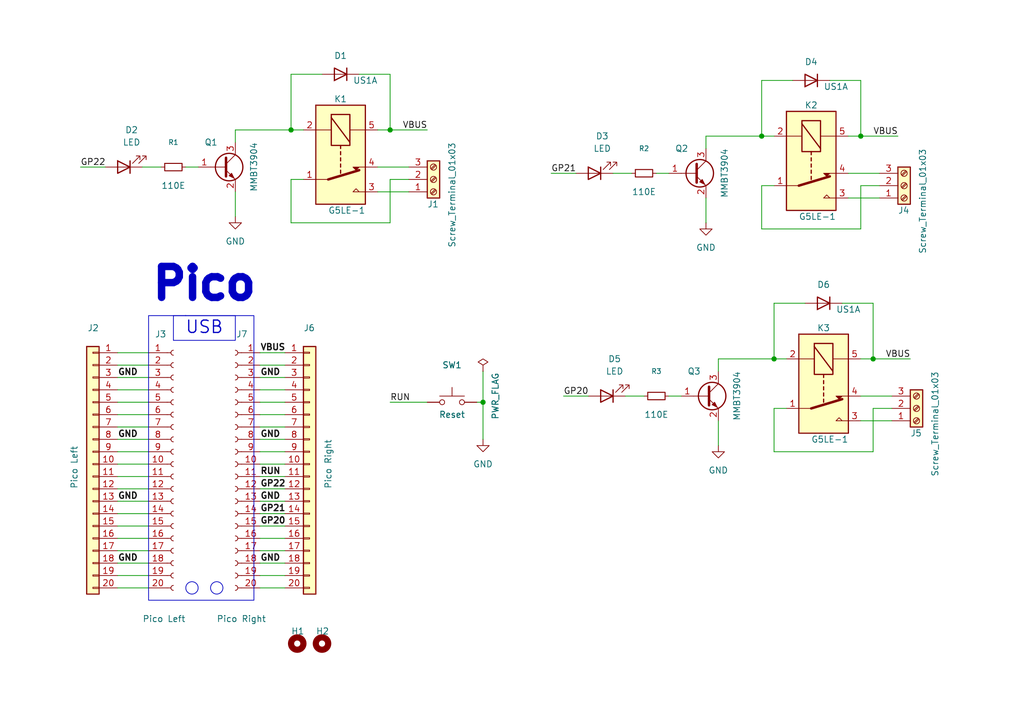
<source format=kicad_sch>
(kicad_sch (version 20250114) (generator "eeschema") (generator_version "9.0")
  (paper "A5")
  (lib_symbols
    (symbol "Connector:Conn_01x20_Socket" (pin_names (offset 1.016) (hide yes))
      (property "Reference" "J" (at 0 25.4 0))
      (property "Value" "Conn_01x20_Socket" (at 0 -27.94 0))
      (symbol "Conn_01x20_Socket_1_1"
        (polyline (pts (xy -1.27 22.86) (xy -0.508 22.86)) (stroke (width 0.1524)))
        (polyline (pts (xy -1.27 20.32) (xy -0.508 20.32)) (stroke (width 0.1524)))
        (polyline (pts (xy -1.27 17.78) (xy -0.508 17.78)) (stroke (width 0.1524)))
        (polyline (pts (xy -1.27 15.24) (xy -0.508 15.24)) (stroke (width 0.1524)))
        (polyline (pts (xy -1.27 12.7) (xy -0.508 12.7)) (stroke (width 0.1524)))
        (polyline (pts (xy -1.27 10.16) (xy -0.508 10.16)) (stroke (width 0.1524)))
        (polyline (pts (xy -1.27 7.62) (xy -0.508 7.62)) (stroke (width 0.1524)))
        (polyline (pts (xy -1.27 5.08) (xy -0.508 5.08)) (stroke (width 0.1524)))
        (polyline (pts (xy -1.27 2.54) (xy -0.508 2.54)) (stroke (width 0.1524)))
        (polyline (pts (xy -1.27 0) (xy -0.508 0)) (stroke (width 0.1524)))
        (polyline (pts (xy -1.27 -2.54) (xy -0.508 -2.54)) (stroke (width 0.1524)))
        (polyline (pts (xy -1.27 -5.08) (xy -0.508 -5.08)) (stroke (width 0.1524)))
        (polyline (pts (xy -1.27 -7.62) (xy -0.508 -7.62)) (stroke (width 0.1524)))
        (polyline (pts (xy -1.27 -10.16) (xy -0.508 -10.16)) (stroke (width 0.1524)))
        (polyline (pts (xy -1.27 -12.7) (xy -0.508 -12.7)) (stroke (width 0.1524)))
        (polyline (pts (xy -1.27 -15.24) (xy -0.508 -15.24)) (stroke (width 0.1524)))
        (polyline (pts (xy -1.27 -17.78) (xy -0.508 -17.78)) (stroke (width 0.1524)))
        (polyline (pts (xy -1.27 -20.32) (xy -0.508 -20.32)) (stroke (width 0.1524)))
        (polyline (pts (xy -1.27 -22.86) (xy -0.508 -22.86)) (stroke (width 0.1524)))
        (polyline (pts (xy -1.27 -25.4) (xy -0.508 -25.4)) (stroke (width 0.1524)))
        (arc (start 0 22.352) (mid -0.5058 22.86) (end 0 23.368) (stroke (width 0.1524)))
        (arc (start 0 19.812) (mid -0.5058 20.32) (end 0 20.828) (stroke (width 0.1524)))
        (arc (start 0 17.272) (mid -0.5058 17.78) (end 0 18.288) (stroke (width 0.1524)))
        (arc (start 0 14.732) (mid -0.5058 15.24) (end 0 15.748) (stroke (width 0.1524)))
        (arc (start 0 12.192) (mid -0.5058 12.7) (end 0 13.208) (stroke (width 0.1524)))
        (arc (start 0 9.652) (mid -0.5058 10.16) (end 0 10.668) (stroke (width 0.1524)))
        (arc (start 0 7.112) (mid -0.5058 7.62) (end 0 8.128) (stroke (width 0.1524)))
        (arc (start 0 4.572) (mid -0.5058 5.08) (end 0 5.588) (stroke (width 0.1524)))
        (arc (start 0 2.032) (mid -0.5058 2.54) (end 0 3.048) (stroke (width 0.1524)))
        (arc (start 0 -0.508) (mid -0.5058 0) (end 0 0.508) (stroke (width 0.1524)))
        (arc (start 0 -3.048) (mid -0.5058 -2.54) (end 0 -2.032) (stroke (width 0.1524)))
        (arc (start 0 -5.588) (mid -0.5058 -5.08) (end 0 -4.572) (stroke (width 0.1524)))
        (arc (start 0 -8.128) (mid -0.5058 -7.62) (end 0 -7.112) (stroke (width 0.1524)))
        (arc (start 0 -10.668) (mid -0.5058 -10.16) (end 0 -9.652) (stroke (width 0.1524)))
        (arc (start 0 -13.208) (mid -0.5058 -12.7) (end 0 -12.192) (stroke (width 0.1524)))
        (arc (start 0 -15.748) (mid -0.5058 -15.24) (end 0 -14.732) (stroke (width 0.1524)))
        (arc (start 0 -18.288) (mid -0.5058 -17.78) (end 0 -17.272) (stroke (width 0.1524)))
        (arc (start 0 -20.828) (mid -0.5058 -20.32) (end 0 -19.812) (stroke (width 0.1524)))
        (arc (start 0 -23.368) (mid -0.5058 -22.86) (end 0 -22.352) (stroke (width 0.1524)))
        (arc (start 0 -25.908) (mid -0.5058 -25.4) (end 0 -24.892) (stroke (width 0.1524)))
        (pin passive line (at -5.08 22.86 0) (length 3.81) (name "Pin_1") (number "1"))
        (pin passive line (at -5.08 20.32 0) (length 3.81) (name "Pin_2") (number "2"))
        (pin passive line (at -5.08 17.78 0) (length 3.81) (name "Pin_3") (number "3"))
        (pin passive line (at -5.08 15.24 0) (length 3.81) (name "Pin_4") (number "4"))
        (pin passive line (at -5.08 12.7 0) (length 3.81) (name "Pin_5") (number "5"))
        (pin passive line (at -5.08 10.16 0) (length 3.81) (name "Pin_6") (number "6"))
        (pin passive line (at -5.08 7.62 0) (length 3.81) (name "Pin_7") (number "7"))
        (pin passive line (at -5.08 5.08 0) (length 3.81) (name "Pin_8") (number "8"))
        (pin passive line (at -5.08 2.54 0) (length 3.81) (name "Pin_9") (number "9"))
        (pin passive line (at -5.08 0 0) (length 3.81) (name "Pin_10") (number "10"))
        (pin passive line (at -5.08 -2.54 0) (length 3.81) (name "Pin_11") (number "11"))
        (pin passive line (at -5.08 -5.08 0) (length 3.81) (name "Pin_12") (number "12"))
        (pin passive line (at -5.08 -7.62 0) (length 3.81) (name "Pin_13") (number "13"))
        (pin passive line (at -5.08 -10.16 0) (length 3.81) (name "Pin_14") (number "14"))
        (pin passive line (at -5.08 -12.7 0) (length 3.81) (name "Pin_15") (number "15"))
        (pin passive line (at -5.08 -15.24 0) (length 3.81) (name "Pin_16") (number "16"))
        (pin passive line (at -5.08 -17.78 0) (length 3.81) (name "Pin_17") (number "17"))
        (pin passive line (at -5.08 -20.32 0) (length 3.81) (name "Pin_18") (number "18"))
        (pin passive line (at -5.08 -22.86 0) (length 3.81) (name "Pin_19") (number "19"))
        (pin passive line (at -5.08 -25.4 0) (length 3.81) (name "Pin_20") (number "20"))
      )
    )
    (symbol "Connector:Screw_Terminal_01x03" (pin_names (offset 1.016) (hide yes))
      (property "Reference" "J" (at 0 5.08 0))
      (property "Value" "Screw_Terminal_01x03" (at 0 -5.08 0))
      (symbol "Screw_Terminal_01x03_1_1"
        (rectangle (start -1.27 3.81) (end 1.27 -3.81) (stroke (width 0.254)) (fill (type background)))
        (polyline (pts (xy -0.5334 2.8702) (xy 0.3302 2.032)) (stroke (width 0.1524)))
        (polyline (pts (xy -0.5334 0.3302) (xy 0.3302 -0.508)) (stroke (width 0.1524)))
        (polyline (pts (xy -0.5334 -2.2098) (xy 0.3302 -3.048)) (stroke (width 0.1524)))
        (polyline (pts (xy -0.3556 3.048) (xy 0.508 2.2098)) (stroke (width 0.1524)))
        (polyline (pts (xy -0.3556 0.508) (xy 0.508 -0.3302)) (stroke (width 0.1524)))
        (polyline (pts (xy -0.3556 -2.032) (xy 0.508 -2.8702)) (stroke (width 0.1524)))
        (circle (center 0 2.54) (radius 0.635) (stroke (width 0.1524)))
        (circle (center 0 0) (radius 0.635) (stroke (width 0.1524)))
        (circle (center 0 -2.54) (radius 0.635) (stroke (width 0.1524)))
        (pin passive line (at -5.08 2.54 0) (length 3.81) (name "Pin_1") (number "1"))
        (pin passive line (at -5.08 0 0) (length 3.81) (name "Pin_2") (number "2"))
        (pin passive line (at -5.08 -2.54 0) (length 3.81) (name "Pin_3") (number "3"))
      )
    )
    (symbol "Connector_Generic:Conn_01x20" (pin_names (offset 1.016) (hide yes))
      (property "Reference" "J" (at 0 25.4 0))
      (property "Value" "Conn_01x20" (at 0 -27.94 0))
      (symbol "Conn_01x20_1_1"
        (rectangle (start -1.27 24.13) (end 1.27 -26.67) (stroke (width 0.254)) (fill (type background)))
        (rectangle (start -1.27 22.987) (end 0 22.733) (stroke (width 0.1524)))
        (rectangle (start -1.27 20.447) (end 0 20.193) (stroke (width 0.1524)))
        (rectangle (start -1.27 17.907) (end 0 17.653) (stroke (width 0.1524)))
        (rectangle (start -1.27 15.367) (end 0 15.113) (stroke (width 0.1524)))
        (rectangle (start -1.27 12.827) (end 0 12.573) (stroke (width 0.1524)))
        (rectangle (start -1.27 10.287) (end 0 10.033) (stroke (width 0.1524)))
        (rectangle (start -1.27 7.747) (end 0 7.493) (stroke (width 0.1524)))
        (rectangle (start -1.27 5.207) (end 0 4.953) (stroke (width 0.1524)))
        (rectangle (start -1.27 2.667) (end 0 2.413) (stroke (width 0.1524)))
        (rectangle (start -1.27 0.127) (end 0 -0.127) (stroke (width 0.1524)))
        (rectangle (start -1.27 -2.413) (end 0 -2.667) (stroke (width 0.1524)))
        (rectangle (start -1.27 -4.953) (end 0 -5.207) (stroke (width 0.1524)))
        (rectangle (start -1.27 -7.493) (end 0 -7.747) (stroke (width 0.1524)))
        (rectangle (start -1.27 -10.033) (end 0 -10.287) (stroke (width 0.1524)))
        (rectangle (start -1.27 -12.573) (end 0 -12.827) (stroke (width 0.1524)))
        (rectangle (start -1.27 -15.113) (end 0 -15.367) (stroke (width 0.1524)))
        (rectangle (start -1.27 -17.653) (end 0 -17.907) (stroke (width 0.1524)))
        (rectangle (start -1.27 -20.193) (end 0 -20.447) (stroke (width 0.1524)))
        (rectangle (start -1.27 -22.733) (end 0 -22.987) (stroke (width 0.1524)))
        (rectangle (start -1.27 -25.273) (end 0 -25.527) (stroke (width 0.1524)))
        (pin passive line (at -5.08 22.86 0) (length 3.81) (name "Pin_1") (number "1"))
        (pin passive line (at -5.08 20.32 0) (length 3.81) (name "Pin_2") (number "2"))
        (pin passive line (at -5.08 17.78 0) (length 3.81) (name "Pin_3") (number "3"))
        (pin passive line (at -5.08 15.24 0) (length 3.81) (name "Pin_4") (number "4"))
        (pin passive line (at -5.08 12.7 0) (length 3.81) (name "Pin_5") (number "5"))
        (pin passive line (at -5.08 10.16 0) (length 3.81) (name "Pin_6") (number "6"))
        (pin passive line (at -5.08 7.62 0) (length 3.81) (name "Pin_7") (number "7"))
        (pin passive line (at -5.08 5.08 0) (length 3.81) (name "Pin_8") (number "8"))
        (pin passive line (at -5.08 2.54 0) (length 3.81) (name "Pin_9") (number "9"))
        (pin passive line (at -5.08 0 0) (length 3.81) (name "Pin_10") (number "10"))
        (pin passive line (at -5.08 -2.54 0) (length 3.81) (name "Pin_11") (number "11"))
        (pin passive line (at -5.08 -5.08 0) (length 3.81) (name "Pin_12") (number "12"))
        (pin passive line (at -5.08 -7.62 0) (length 3.81) (name "Pin_13") (number "13"))
        (pin passive line (at -5.08 -10.16 0) (length 3.81) (name "Pin_14") (number "14"))
        (pin passive line (at -5.08 -12.7 0) (length 3.81) (name "Pin_15") (number "15"))
        (pin passive line (at -5.08 -15.24 0) (length 3.81) (name "Pin_16") (number "16"))
        (pin passive line (at -5.08 -17.78 0) (length 3.81) (name "Pin_17") (number "17"))
        (pin passive line (at -5.08 -20.32 0) (length 3.81) (name "Pin_18") (number "18"))
        (pin passive line (at -5.08 -22.86 0) (length 3.81) (name "Pin_19") (number "19"))
        (pin passive line (at -5.08 -25.4 0) (length 3.81) (name "Pin_20") (number "20"))
      )
    )
    (symbol "Device:LED" (pin_numbers (hide yes)) (pin_names (offset 1.016) (hide yes))
      (property "Reference" "D" (at 0 2.54 0))
      (property "Value" "LED" (at 0 -2.54 0))
      (symbol "LED_0_1"
        (polyline (pts (xy -3.048 -0.762) (xy -4.572 -2.286) (xy -3.81 -2.286) (xy -4.572 -2.286) (xy -4.572 -1.524)))
        (polyline (pts (xy -1.778 -0.762) (xy -3.302 -2.286) (xy -2.54 -2.286) (xy -3.302 -2.286) (xy -3.302 -1.524)))
        (polyline (pts (xy -1.27 0) (xy 1.27 0)))
        (polyline (pts (xy -1.27 -1.27) (xy -1.27 1.27)) (stroke (width 0.254)))
        (polyline (pts (xy 1.27 -1.27) (xy 1.27 1.27) (xy -1.27 0) (xy 1.27 -1.27)) (stroke (width 0.254)))
      )
      (symbol "LED_1_1"
        (pin passive line (at -3.81 0 0) (length 2.54) (name "K") (number "1"))
        (pin passive line (at 3.81 0 180) (length 2.54) (name "A") (number "2"))
      )
    )
    (symbol "Device:R_Small" (pin_numbers (hide yes)) (pin_names (offset 0.254) (hide yes))
      (property "Reference" "R" (at 0 0 90))
      (property "Value" "R_Small" (at 1.778 0 90))
      (symbol "R_Small_0_1"
        (rectangle (start -0.762 1.778) (end 0.762 -1.778) (stroke (width 0.2032)))
      )
      (symbol "R_Small_1_1"
        (pin passive line (at 0 2.54 270) (length 0.762) (name "~") (number "1"))
        (pin passive line (at 0 -2.54 90) (length 0.762) (name "~") (number "2"))
      )
    )
    (symbol "Diode:US1A" (pin_numbers (hide yes)) (pin_names (hide yes))
      (property "Reference" "D" (at 0 2.54 0))
      (property "Value" "US1A" (at 0 -2.54 0))
      (symbol "US1A_0_1"
        (polyline (pts (xy -1.27 1.27) (xy -1.27 -1.27)) (stroke (width 0.254)))
        (polyline (pts (xy 1.27 1.27) (xy 1.27 -1.27) (xy -1.27 0) (xy 1.27 1.27)) (stroke (width 0.254)))
        (polyline (pts (xy 1.27 0) (xy -1.27 0)))
      )
      (symbol "US1A_1_1"
        (pin passive line (at -3.81 0 0) (length 2.54) (name "K") (number "1"))
        (pin passive line (at 3.81 0 180) (length 2.54) (name "A") (number "2"))
      )
    )
    (symbol "Mechanical:MountingHole" (pin_names (offset 1.016)) (in_bom no)
      (property "Reference" "H" (at 0 5.08 0))
      (property "Value" "MountingHole" (at 0 3.175 0))
      (symbol "MountingHole_0_1"
        (circle (center 0 0) (radius 1.27) (stroke (width 1.27)))
      )
    )
    (symbol "Relay:G5LE-1"
      (property "Reference" "K" (at 11.43 3.81 0))
      (property "Value" "G5LE-1" (at 11.43 1.27 0))
      (symbol "G5LE-1_0_0"
        (polyline (pts (xy 7.62 5.08) (xy 7.62 2.54) (xy 6.985 3.175) (xy 7.62 3.81)))
      )
      (symbol "G5LE-1_0_1"
        (rectangle (start -10.16 5.08) (end 10.16 -5.08) (stroke (width 0.254)) (fill (type background)))
        (rectangle (start -8.255 1.905) (end -1.905 -1.905) (stroke (width 0.254)))
        (polyline (pts (xy -7.62 -1.905) (xy -2.54 1.905)) (stroke (width 0.254)))
        (polyline (pts (xy -5.08 5.08) (xy -5.08 1.905)))
        (polyline (pts (xy -5.08 -5.08) (xy -5.08 -1.905)))
        (polyline (pts (xy -1.905 0) (xy -1.27 0)) (stroke (width 0.254)))
        (polyline (pts (xy -0.635 0) (xy 0 0)) (stroke (width 0.254)))
        (polyline (pts (xy 0.635 0) (xy 1.27 0)) (stroke (width 0.254)))
        (polyline (pts (xy 1.905 0) (xy 2.54 0)) (stroke (width 0.254)))
        (polyline (pts (xy 2.54 5.08) (xy 2.54 2.54) (xy 3.175 3.175) (xy 2.54 3.81)) (fill (type outline)))
        (polyline (pts (xy 3.175 0) (xy 3.81 0)) (stroke (width 0.254)))
        (polyline (pts (xy 5.08 -2.54) (xy 3.175 3.81)) (stroke (width 0.508)))
        (polyline (pts (xy 5.08 -2.54) (xy 5.08 -5.08)))
      )
      (symbol "G5LE-1_1_1"
        (pin passive line (at -5.08 7.62 270) (length 2.54) (name "~") (number "5"))
        (pin passive line (at -5.08 -7.62 90) (length 2.54) (name "~") (number "2"))
        (pin passive line (at 2.54 7.62 270) (length 2.54) (name "~") (number "4"))
        (pin passive line (at 5.08 -7.62 90) (length 2.54) (name "~") (number "1"))
        (pin passive line (at 7.62 7.62 270) (length 2.54) (name "~") (number "3"))
      )
    )
    (symbol "Switch:SW_Push" (pin_numbers (hide yes)) (pin_names (offset 1.016) (hide yes))
      (property "Reference" "SW" (at 1.27 2.54 0))
      (property "Value" "SW_Push" (at 0 -1.524 0))
      (symbol "SW_Push_0_1"
        (circle (center -2.032 0) (radius 0.508))
        (polyline (pts (xy 0 1.27) (xy 0 3.048)))
        (circle (center 2.032 0) (radius 0.508))
        (polyline (pts (xy 2.54 1.27) (xy -2.54 1.27)))
        (pin passive line (at -5.08 0 0) (length 2.54) (name "1") (number "1"))
        (pin passive line (at 5.08 0 180) (length 2.54) (name "2") (number "2"))
      )
    )
    (symbol "Transistor_BJT:MMBT3904" (pin_names (offset 0) (hide yes))
      (property "Reference" "Q" (at 5.08 1.905 0))
      (property "Value" "MMBT3904" (at 5.08 0 0))
      (symbol "MMBT3904_0_1"
        (polyline (pts (xy -2.54 0) (xy 0.635 0)))
        (polyline (pts (xy 0.635 1.905) (xy 0.635 -1.905)) (stroke (width 0.508)))
        (circle (center 1.27 0) (radius 2.8194) (stroke (width 0.254)))
      )
      (symbol "MMBT3904_1_1"
        (polyline (pts (xy 0.635 0.635) (xy 2.54 2.54)))
        (polyline (pts (xy 0.635 -0.635) (xy 2.54 -2.54)))
        (polyline (pts (xy 1.27 -1.778) (xy 1.778 -1.27) (xy 2.286 -2.286) (xy 1.27 -1.778)) (fill (type outline)))
        (pin input line (at -5.08 0 0) (length 2.54) (name "B") (number "1"))
        (pin passive line (at 2.54 5.08 270) (length 2.54) (name "C") (number "3"))
        (pin passive line (at 2.54 -5.08 90) (length 2.54) (name "E") (number "2"))
      )
    )
    (symbol "power:GND" (power) (pin_numbers (hide yes)) (pin_names (offset 0) (hide yes))
      (property "Value" "GND" (at 0 -3.81 0))
      (symbol "GND_0_1"
        (polyline (pts (xy 0 0) (xy 0 -1.27) (xy 1.27 -1.27) (xy 0 -2.54) (xy -1.27 -1.27) (xy 0 -1.27)))
      )
      (symbol "GND_1_1"
        (pin power_in line (at 0 0 270) (length 0) (name "~") (number "1"))
      )
    )
    (symbol "power:PWR_FLAG" (power) (pin_numbers (hide yes)) (pin_names (offset 0) (hide yes))
      (property "Value" "PWR_FLAG" (at 0 3.81 0))
      (symbol "PWR_FLAG_0_0"
        (pin power_out line (at 0 0 90) (length 0) (name "~") (number "1"))
      )
      (symbol "PWR_FLAG_0_1"
        (polyline (pts (xy 0 0) (xy 0 1.27) (xy -1.016 1.905) (xy 0 2.54) (xy 1.016 1.905) (xy 0 1.27)))
      )
    )
  )
  (rectangle (start 35.56 64.77) (end 48.26 69.85))
  (rectangle (start 38.0746 64.7446) (end 38.1 64.77))
  (circle (center 44.45 120.65) (radius 1.27))
  (rectangle (start 30.48 64.77) (end 52.07 123.19))
  (circle (center 39.37 120.65) (radius 1.27))
  (text "USB" (at 41.91 67.31 0) (effects (font (size 2.54 2.54) (thickness 0.254) (bold yes))))
  (text "Pico" (at 41.91 58.42 0) (effects (font (size 6.35 6.35) (thickness 1.524) (bold yes))))
  (junction (at 176.53 27.94))
  (junction (at 156.21 27.94))
  (junction (at 158.75 73.66))
  (junction (at 59.69 26.67))
  (junction (at 80.01 26.67))
  (junction (at 179.07 73.66))
  (junction (at 99.06 82.55))
  (wire (pts (xy 173.99 40.64) (xy 180.34 40.64)))
  (wire (pts (xy 58.42 102.87) (xy 53.34 102.87)))
  (wire (pts (xy 77.47 39.37) (xy 83.82 39.37)))
  (wire (pts (xy 115.57 81.28) (xy 120.65 81.28)))
  (wire (pts (xy 53.34 72.39) (xy 58.42 72.39)))
  (wire (pts (xy 158.75 92.71) (xy 179.07 92.71)))
  (wire (pts (xy 58.42 107.95) (xy 53.34 107.95)))
  (wire (pts (xy 24.13 80.01) (xy 30.48 80.01)))
  (wire (pts (xy 176.53 27.94) (xy 184.15 27.94)))
  (wire (pts (xy 179.07 83.82) (xy 182.88 83.82)))
  (wire (pts (xy 16.51 34.29) (xy 21.59 34.29)))
  (wire (pts (xy 173.99 35.56) (xy 180.34 35.56)))
  (wire (pts (xy 158.75 62.23) (xy 165.1 62.23)))
  (wire (pts (xy 80.01 45.72) (xy 80.01 36.83)))
  (wire (pts (xy 161.29 83.82) (xy 158.75 83.82)))
  (wire (pts (xy 58.42 77.47) (xy 53.34 77.47)))
  (wire (pts (xy 58.42 113.03) (xy 53.34 113.03)))
  (wire (pts (xy 80.01 15.24) (xy 80.01 26.67)))
  (wire (pts (xy 80.01 26.67) (xy 87.63 26.67)))
  (wire (pts (xy 176.53 27.94) (xy 173.99 27.94)))
  (wire (pts (xy 113.03 35.56) (xy 118.11 35.56)))
  (wire (pts (xy 29.21 34.29) (xy 33.02 34.29)))
  (wire (pts (xy 176.53 81.28) (xy 182.88 81.28)))
  (wire (pts (xy 24.13 82.55) (xy 30.48 82.55)))
  (wire (pts (xy 147.32 86.36) (xy 147.32 91.44)))
  (wire (pts (xy 128.27 81.28) (xy 132.08 81.28)))
  (wire (pts (xy 134.62 35.56) (xy 137.16 35.56)))
  (wire (pts (xy 24.13 97.79) (xy 30.48 97.79)))
  (wire (pts (xy 58.42 80.01) (xy 53.34 80.01)))
  (wire (pts (xy 24.13 74.93) (xy 30.48 74.93)))
  (wire (pts (xy 73.66 15.24) (xy 80.01 15.24)))
  (wire (pts (xy 179.07 62.23) (xy 179.07 73.66)))
  (wire (pts (xy 24.13 107.95) (xy 30.48 107.95)))
  (wire (pts (xy 58.42 120.65) (xy 53.34 120.65)))
  (wire (pts (xy 58.42 110.49) (xy 53.34 110.49)))
  (wire (pts (xy 176.53 46.99) (xy 176.53 38.1)))
  (wire (pts (xy 170.18 16.51) (xy 176.53 16.51)))
  (wire (pts (xy 58.42 100.33) (xy 53.34 100.33)))
  (wire (pts (xy 24.13 113.03) (xy 30.48 113.03)))
  (wire (pts (xy 80.01 82.55) (xy 87.63 82.55)))
  (wire (pts (xy 179.07 73.66) (xy 176.53 73.66)))
  (wire (pts (xy 24.13 100.33) (xy 30.48 100.33)))
  (wire (pts (xy 156.21 27.94) (xy 156.21 16.51)))
  (wire (pts (xy 24.13 102.87) (xy 30.48 102.87)))
  (wire (pts (xy 176.53 86.36) (xy 182.88 86.36)))
  (wire (pts (xy 161.29 73.66) (xy 158.75 73.66)))
  (wire (pts (xy 77.47 34.29) (xy 83.82 34.29)))
  (wire (pts (xy 156.21 16.51) (xy 162.56 16.51)))
  (wire (pts (xy 144.78 27.94) (xy 156.21 27.94)))
  (wire (pts (xy 176.53 16.51) (xy 176.53 27.94)))
  (wire (pts (xy 59.69 15.24) (xy 66.04 15.24)))
  (wire (pts (xy 147.32 76.2) (xy 147.32 73.66)))
  (wire (pts (xy 48.26 29.21) (xy 48.26 26.67)))
  (wire (pts (xy 24.13 92.71) (xy 30.48 92.71)))
  (wire (pts (xy 58.42 92.71) (xy 53.34 92.71)))
  (wire (pts (xy 144.78 30.48) (xy 144.78 27.94)))
  (wire (pts (xy 38.1 34.29) (xy 40.64 34.29)))
  (wire (pts (xy 24.13 110.49) (xy 30.48 110.49)))
  (wire (pts (xy 24.13 95.25) (xy 30.48 95.25)))
  (wire (pts (xy 158.75 38.1) (xy 156.21 38.1)))
  (wire (pts (xy 24.13 72.39) (xy 30.48 72.39)))
  (wire (pts (xy 58.42 105.41) (xy 53.34 105.41)))
  (wire (pts (xy 58.42 95.25) (xy 53.34 95.25)))
  (wire (pts (xy 176.53 38.1) (xy 180.34 38.1)))
  (wire (pts (xy 158.75 83.82) (xy 158.75 92.71)))
  (wire (pts (xy 172.72 62.23) (xy 179.07 62.23)))
  (wire (pts (xy 179.07 92.71) (xy 179.07 83.82)))
  (wire (pts (xy 62.23 26.67) (xy 59.69 26.67)))
  (wire (pts (xy 48.26 26.67) (xy 59.69 26.67)))
  (wire (pts (xy 58.42 87.63) (xy 53.34 87.63)))
  (wire (pts (xy 62.23 36.83) (xy 59.69 36.83)))
  (wire (pts (xy 58.42 90.17) (xy 53.34 90.17)))
  (wire (pts (xy 58.42 115.57) (xy 53.34 115.57)))
  (wire (pts (xy 156.21 46.99) (xy 176.53 46.99)))
  (wire (pts (xy 59.69 26.67) (xy 59.69 15.24)))
  (wire (pts (xy 48.26 39.37) (xy 48.26 44.45)))
  (wire (pts (xy 59.69 45.72) (xy 80.01 45.72)))
  (wire (pts (xy 80.01 36.83) (xy 83.82 36.83)))
  (wire (pts (xy 158.75 27.94) (xy 156.21 27.94)))
  (wire (pts (xy 137.16 81.28) (xy 139.7 81.28)))
  (wire (pts (xy 99.06 82.55) (xy 99.06 90.17)))
  (wire (pts (xy 80.01 26.67) (xy 77.47 26.67)))
  (wire (pts (xy 24.13 85.09) (xy 30.48 85.09)))
  (wire (pts (xy 147.32 73.66) (xy 158.75 73.66)))
  (wire (pts (xy 97.79 82.55) (xy 99.06 82.55)))
  (wire (pts (xy 99.06 76.2) (xy 99.06 82.55)))
  (wire (pts (xy 59.69 36.83) (xy 59.69 45.72)))
  (wire (pts (xy 144.78 40.64) (xy 144.78 45.72)))
  (wire (pts (xy 125.73 35.56) (xy 129.54 35.56)))
  (wire (pts (xy 179.07 73.66) (xy 186.69 73.66)))
  (wire (pts (xy 58.42 97.79) (xy 53.34 97.79)))
  (wire (pts (xy 58.42 118.11) (xy 53.34 118.11)))
  (wire (pts (xy 58.42 74.93) (xy 53.34 74.93)))
  (wire (pts (xy 158.75 73.66) (xy 158.75 62.23)))
  (wire (pts (xy 24.13 90.17) (xy 30.48 90.17)))
  (wire (pts (xy 24.13 105.41) (xy 30.48 105.41)))
  (wire (pts (xy 24.13 118.11) (xy 30.48 118.11)))
  (wire (pts (xy 58.42 82.55) (xy 53.34 82.55)))
  (wire (pts (xy 58.42 85.09) (xy 53.34 85.09)))
  (wire (pts (xy 24.13 115.57) (xy 30.48 115.57)))
  (wire (pts (xy 156.21 38.1) (xy 156.21 46.99)))
  (wire (pts (xy 24.13 120.65) (xy 30.48 120.65)))
  (wire (pts (xy 24.13 77.47) (xy 30.48 77.47)))
  (wire (pts (xy 24.13 87.63) (xy 30.48 87.63)))
  (label "VBUS" (at 179.07 27.94 0))
  (label "GND" (at 53.34 77.47 0) (effects (font (thickness 0.254) (bold yes))))
  (label "VBUS" (at 181.61 73.66 0))
  (label "GND" (at 24.13 77.47 0) (effects (font (thickness 0.254) (bold yes))))
  (label "GP21" (at 113.03 35.56 0))
  (label "GND" (at 53.34 102.87 0) (effects (font (thickness 0.254) (bold yes))))
  (label "GP22" (at 16.51 34.29 0))
  (label "GP22" (at 53.34 100.33 0) (effects (font (thickness 0.254) (bold yes))))
  (label "GND" (at 53.34 115.57 0) (effects (font (thickness 0.254) (bold yes))))
  (label "GND" (at 24.13 102.87 0) (effects (font (thickness 0.254) (bold yes))))
  (label "VBUS" (at 82.55 26.67 0))
  (label "GP20" (at 115.57 81.28 0))
  (label "GND" (at 53.34 90.17 0) (effects (font (thickness 0.254) (bold yes))))
  (label "VBUS" (at 53.34 72.39 0) (effects (font (thickness 0.254) (bold yes))))
  (label "GP20" (at 53.34 107.95 0) (effects (font (thickness 0.254) (bold yes))))
  (label "GP21" (at 53.34 105.41 0) (effects (font (thickness 0.254) (bold yes))))
  (label "GND" (at 24.13 115.57 0) (effects (font (thickness 0.254) (bold yes))))
  (label "RUN" (at 53.34 97.79 0) (effects (font (thickness 0.254) (bold yes))))
  (label "GND" (at 24.13 90.17 0) (effects (font (thickness 0.254) (bold yes))))
  (label "RUN" (at 80.01 82.55 0))
  (symbol (lib_id "Switch:SW_Push") (at 92.71 82.55 0) (unit 1)
    (property "Reference" "SW1" (at 92.71 74.93 0))
    (property "Value" "Reset" (at 92.71 85.09 0))
    (property "Footprint" "Button_Switch_SMD:SW_SPST_B3U-1000P" (effects (hide yes)))
    (property "Description" "Push button switch, generic, two pins" (effects (hide yes)))
  )
  (symbol (lib_id "power:GND") (at 99.06 90.17 0) (unit 1)
    (property "Reference" "#PWR04" (effects (hide yes)))
    (property "Value" "GND" (at 99.06 95.25 0))
    (property "Description" "Power symbol creates a global label with name \"GND\" , ground" (effects (hide yes)))
  )
  (symbol (lib_id "Device:LED") (at 25.4 34.29 180) (unit 1)
    (property "Reference" "D2" (at 26.9875 26.67 0))
    (property "Value" "LED" (at 26.9875 29.21 0))
    (property "Footprint" "LED_SMD:LED_0805_2012Metric" (effects (hide yes)))
    (property "Description" "Light emitting diode" (effects (hide yes)))
    (property "Sim.Pins" "1=K 2=A" (effects (hide yes)))
  )
  (symbol (lib_id "Mechanical:MountingHole") (at 60.96 132.08 0) (unit 1) (in_bom no)
    (property "Reference" "H1" (at 59.69 129.54 0) (effects (justify left)))
    (property "Value" "MountingHole" (effects (hide yes)))
    (property "Footprint" "MountingHole:MountingHole_3.2mm_M3_DIN965_Pad_TopBottom" (effects (hide yes)))
    (property "Description" "Mounting Hole without connection" (effects (hide yes)))
  )
  (symbol (lib_id "Device:LED") (at 121.92 35.56 180) (unit 1)
    (property "Reference" "D3" (at 123.5075 27.94 0))
    (property "Value" "LED" (at 123.5075 30.48 0))
    (property "Footprint" "LED_SMD:LED_0805_2012Metric" (effects (hide yes)))
    (property "Description" "Light emitting diode" (effects (hide yes)))
    (property "Sim.Pins" "1=K 2=A" (effects (hide yes)))
  )
  (symbol (lib_id "Relay:G5LE-1") (at 168.91 78.74 270) (unit 1)
    (property "Reference" "K3" (at 168.91 67.31 90))
    (property "Value" "G5LE-1" (at 170.18 90.17 90))
    (property "Footprint" "Relay_THT:Relay_SPDT_Omron-G5LE-1" (effects (hide yes)))
    (property "Datasheet" "http://www.omron.com/ecb/products/pdf/en-g5le.pdf" (effects (hide yes)))
    (property "Description" "Omron G5LE relay, Miniature Single Pole, SPDT, 10A" (effects (hide yes)))
  )
  (symbol (lib_id "Device:R_Small") (at 35.56 34.29 90) (unit 1)
    (property "Reference" "R1" (at 35.56 29.21 90) (effects (font (size 1.016 1.016))))
    (property "Value" "110E" (at 35.56 38.1 90))
    (property "Footprint" "Resistor_SMD:R_0805_2012Metric_Pad1.20x1.40mm_HandSolder" (effects (hide yes)))
    (property "Description" "Resistor, small symbol" (effects (hide yes)))
  )
  (symbol (lib_id "Mechanical:MountingHole") (at 66.04 132.08 0) (unit 1) (in_bom no)
    (property "Reference" "H2" (at 64.77 129.54 0) (effects (justify left)))
    (property "Value" "MountingHole" (effects (hide yes)))
    (property "Footprint" "MountingHole:MountingHole_3.2mm_M3_DIN965_Pad_TopBottom" (effects (hide yes)))
    (property "Description" "Mounting Hole without connection" (effects (hide yes)))
  )
  (symbol (lib_id "Diode:US1A") (at 166.37 16.51 180) (unit 1)
    (property "Reference" "D4" (at 166.37 12.7 0))
    (property "Value" "US1A" (at 171.45 17.78 0))
    (property "Footprint" "Diode_SMD:D_SMA" (effects (hide yes)))
    (property "Datasheet" "https://www.diodes.com/assets/Datasheets/ds16008.pdf" (effects (hide yes)))
    (property "Description" "50V, 1A, General Purpose Rectifier Diode, SMA(DO-214AC)" (effects (hide yes)))
    (property "Sim.Device" "D" (effects (hide yes)))
    (property "Sim.Pins" "1=K 2=A" (effects (hide yes)))
  )
  (symbol (lib_id "Connector:Screw_Terminal_01x03") (at 185.42 38.1 0) (mirror x) (unit 1)
    (property "Reference" "J4" (at 184.15 43.18 0) (effects (justify left)))
    (property "Value" "Screw_Terminal_01x03" (at 189.23 30.48 90) (effects (justify left)))
    (property "Footprint" "TerminalBlock_Phoenix:TerminalBlock_Phoenix_MPT-0,5-3-2.54_1x03_P2.54mm_Horizontal" (effects (hide yes)))
    (property "Description" "Generic screw terminal, single row, 01x03, script generated (kicad-library-utils/schlib/autogen/connector/)" (effects (hide yes)))
  )
  (symbol (lib_id "Connector_Generic:Conn_01x20") (at 19.05 95.25 0) (mirror y) (unit 1)
    (property "Reference" "J2" (at 20.32 67.31 0) (effects (justify left)))
    (property "Value" "Pico Left" (at 15.24 100.33 90) (effects (justify left)))
    (property "Footprint" "Connector_PinHeader_2.54mm:PinHeader_1x20_P2.54mm_Vertical" (effects (hide yes)))
    (property "Description" "Generic connector, single row, 01x20, script generated (kicad-library-utils/schlib/autogen/connector/)" (effects (hide yes)))
  )
  (symbol (lib_id "Transistor_BJT:MMBT3904") (at 45.72 34.29 0) (unit 1)
    (property "Reference" "Q1" (at 41.91 29.21 0) (effects (justify left)))
    (property "Value" "MMBT3904" (at 52.07 39.37 90) (effects (justify left)))
    (property "Footprint" "Package_TO_SOT_SMD:SOT-23" (effects (hide yes)))
    (property "Datasheet" "https://www.onsemi.com/pdf/datasheet/pzt3904-d.pdf" (effects (hide yes)))
    (property "Description" "0.2A Ic, 40V Vce, Small Signal NPN Transistor, SOT-23" (effects (hide yes)))
  )
  (symbol (lib_id "Connector_Generic:Conn_01x20") (at 63.5 95.25 0) (unit 1)
    (property "Reference" "J6" (at 62.23 67.31 0) (effects (justify left)))
    (property "Value" "Pico Right" (at 67.31 100.33 90) (effects (justify left)))
    (property "Footprint" "Connector_PinHeader_2.54mm:PinHeader_1x20_P2.54mm_Vertical" (effects (hide yes)))
    (property "Description" "Generic connector, single row, 01x20, script generated (kicad-library-utils/schlib/autogen/connector/)" (effects (hide yes)))
  )
  (symbol (lib_id "Relay:G5LE-1") (at 166.37 33.02 270) (unit 1)
    (property "Reference" "K2" (at 166.37 21.59 90))
    (property "Value" "G5LE-1" (at 167.64 44.45 90))
    (property "Footprint" "Relay_THT:Relay_SPDT_Omron-G5LE-1" (effects (hide yes)))
    (property "Datasheet" "http://www.omron.com/ecb/products/pdf/en-g5le.pdf" (effects (hide yes)))
    (property "Description" "Omron G5LE relay, Miniature Single Pole, SPDT, 10A" (effects (hide yes)))
  )
  (symbol (lib_id "Connector:Conn_01x20_Socket") (at 35.56 95.25 0) (unit 1)
    (property "Reference" "J3" (at 31.75 68.58 0) (effects (justify left)))
    (property "Value" "Pico Left" (at 29.21 127 0) (effects (justify left)))
    (property "Footprint" "Connector_PinSocket_2.54mm:PinSocket_1x20_P2.54mm_Vertical" (effects (hide yes)))
    (property "Description" "Generic connector, single row, 01x20, script generated" (effects (hide yes)))
  )
  (symbol (lib_id "Transistor_BJT:MMBT3904") (at 142.24 35.56 0) (unit 1)
    (property "Reference" "Q2" (at 138.43 30.48 0) (effects (justify left)))
    (property "Value" "MMBT3904" (at 148.59 40.64 90) (effects (justify left)))
    (property "Footprint" "Package_TO_SOT_SMD:SOT-23" (effects (hide yes)))
    (property "Datasheet" "https://www.onsemi.com/pdf/datasheet/pzt3904-d.pdf" (effects (hide yes)))
    (property "Description" "0.2A Ic, 40V Vce, Small Signal NPN Transistor, SOT-23" (effects (hide yes)))
  )
  (symbol (lib_id "Connector:Conn_01x20_Socket") (at 48.26 95.25 0) (mirror y) (unit 1)
    (property "Reference" "J7" (at 50.8 68.58 0) (effects (justify left)))
    (property "Value" "Pico Right" (at 54.61 127 0) (effects (justify left)))
    (property "Footprint" "Connector_PinSocket_2.54mm:PinSocket_1x20_P2.54mm_Vertical" (effects (hide yes)))
    (property "Description" "Generic connector, single row, 01x20, script generated" (effects (hide yes)))
  )
  (symbol (lib_id "power:PWR_FLAG") (at 99.06 76.2 0) (unit 1)
    (property "Reference" "#FLG01" (effects (hide yes)))
    (property "Value" "PWR_FLAG" (at 101.6 81.28 90))
    (property "Description" "Special symbol for telling ERC where power comes from" (effects (hide yes)))
  )
  (symbol (lib_id "Diode:US1A") (at 168.91 62.23 180) (unit 1)
    (property "Reference" "D6" (at 168.91 58.42 0))
    (property "Value" "US1A" (at 173.99 63.5 0))
    (property "Footprint" "Diode_SMD:D_SMA" (effects (hide yes)))
    (property "Datasheet" "https://www.diodes.com/assets/Datasheets/ds16008.pdf" (effects (hide yes)))
    (property "Description" "50V, 1A, General Purpose Rectifier Diode, SMA(DO-214AC)" (effects (hide yes)))
    (property "Sim.Device" "D" (effects (hide yes)))
    (property "Sim.Pins" "1=K 2=A" (effects (hide yes)))
  )
  (symbol (lib_id "power:GND") (at 144.78 45.72 0) (unit 1)
    (property "Reference" "#PWR02" (effects (hide yes)))
    (property "Value" "GND" (at 144.78 50.8 0))
    (property "Description" "Power symbol creates a global label with name \"GND\" , ground" (effects (hide yes)))
  )
  (symbol (lib_id "Device:LED") (at 124.46 81.28 180) (unit 1)
    (property "Reference" "D5" (at 126.0475 73.66 0))
    (property "Value" "LED" (at 126.0475 76.2 0))
    (property "Footprint" "LED_SMD:LED_0805_2012Metric" (effects (hide yes)))
    (property "Description" "Light emitting diode" (effects (hide yes)))
    (property "Sim.Pins" "1=K 2=A" (effects (hide yes)))
  )
  (symbol (lib_id "Transistor_BJT:MMBT3904") (at 144.78 81.28 0) (unit 1)
    (property "Reference" "Q3" (at 140.97 76.2 0) (effects (justify left)))
    (property "Value" "MMBT3904" (at 151.13 86.36 90) (effects (justify left)))
    (property "Footprint" "Package_TO_SOT_SMD:SOT-23" (effects (hide yes)))
    (property "Datasheet" "https://www.onsemi.com/pdf/datasheet/pzt3904-d.pdf" (effects (hide yes)))
    (property "Description" "0.2A Ic, 40V Vce, Small Signal NPN Transistor, SOT-23" (effects (hide yes)))
  )
  (symbol (lib_id "Connector:Screw_Terminal_01x03") (at 88.9 36.83 0) (mirror x) (unit 1)
    (property "Reference" "J1" (at 87.63 41.91 0) (effects (justify left)))
    (property "Value" "Screw_Terminal_01x03" (at 92.71 29.21 90) (effects (justify left)))
    (property "Footprint" "TerminalBlock_Phoenix:TerminalBlock_Phoenix_MPT-0,5-3-2.54_1x03_P2.54mm_Horizontal" (effects (hide yes)))
    (property "Description" "Generic screw terminal, single row, 01x03, script generated (kicad-library-utils/schlib/autogen/connector/)" (effects (hide yes)))
  )
  (symbol (lib_id "power:GND") (at 48.26 44.45 0) (unit 1)
    (property "Reference" "#PWR01" (effects (hide yes)))
    (property "Value" "GND" (at 48.26 49.53 0))
    (property "Description" "Power symbol creates a global label with name \"GND\" , ground" (effects (hide yes)))
  )
  (symbol (lib_id "Connector:Screw_Terminal_01x03") (at 187.96 83.82 0) (mirror x) (unit 1)
    (property "Reference" "J5" (at 186.69 88.9 0) (effects (justify left)))
    (property "Value" "Screw_Terminal_01x03" (at 191.77 76.2 90) (effects (justify left)))
    (property "Footprint" "TerminalBlock_Phoenix:TerminalBlock_Phoenix_MPT-0,5-3-2.54_1x03_P2.54mm_Horizontal" (effects (hide yes)))
    (property "Description" "Generic screw terminal, single row, 01x03, script generated (kicad-library-utils/schlib/autogen/connector/)" (effects (hide yes)))
  )
  (symbol (lib_id "Device:R_Small") (at 132.08 35.56 90) (unit 1)
    (property "Reference" "R2" (at 132.08 30.48 90) (effects (font (size 1.016 1.016))))
    (property "Value" "110E" (at 132.08 39.37 90))
    (property "Footprint" "Resistor_SMD:R_0805_2012Metric_Pad1.20x1.40mm_HandSolder" (effects (hide yes)))
    (property "Description" "Resistor, small symbol" (effects (hide yes)))
  )
  (symbol (lib_id "Relay:G5LE-1") (at 69.85 31.75 270) (unit 1)
    (property "Reference" "K1" (at 69.85 20.32 90))
    (property "Value" "G5LE-1" (at 71.12 43.18 90))
    (property "Footprint" "Relay_THT:Relay_SPDT_Omron-G5LE-1" (effects (hide yes)))
    (property "Datasheet" "http://www.omron.com/ecb/products/pdf/en-g5le.pdf" (effects (hide yes)))
    (property "Description" "Omron G5LE relay, Miniature Single Pole, SPDT, 10A" (effects (hide yes)))
  )
  (symbol (lib_id "Diode:US1A") (at 69.85 15.24 180) (unit 1)
    (property "Reference" "D1" (at 69.85 11.43 0))
    (property "Value" "US1A" (at 74.93 16.51 0))
    (property "Footprint" "Diode_SMD:D_SMA" (effects (hide yes)))
    (property "Datasheet" "https://www.diodes.com/assets/Datasheets/ds16008.pdf" (effects (hide yes)))
    (property "Description" "50V, 1A, General Purpose Rectifier Diode, SMA(DO-214AC)" (effects (hide yes)))
    (property "Sim.Device" "D" (effects (hide yes)))
    (property "Sim.Pins" "1=K 2=A" (effects (hide yes)))
  )
  (symbol (lib_id "Device:R_Small") (at 134.62 81.28 90) (unit 1)
    (property "Reference" "R3" (at 134.62 76.2 90) (effects (font (size 1.016 1.016))))
    (property "Value" "110E" (at 134.62 85.09 90))
    (property "Footprint" "Resistor_SMD:R_0805_2012Metric_Pad1.20x1.40mm_HandSolder" (effects (hide yes)))
    (property "Description" "Resistor, small symbol" (effects (hide yes)))
  )
  (symbol (lib_id "power:GND") (at 147.32 91.44 0) (unit 1)
    (property "Reference" "#PWR03" (effects (hide yes)))
    (property "Value" "GND" (at 147.32 96.52 0))
    (property "Description" "Power symbol creates a global label with name \"GND\" , ground" (effects (hide yes)))
  )
)
</source>
